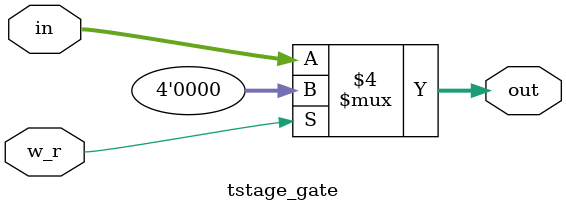
<source format=v>
module tstage_gate(in, out, w_r);
	input w_r;
	input [3:0] in;
	output [3:0] out;
	reg [3:0] out;
	always@(out)
		if(!w_r)
			out = in;
		else
			out = 4'b0000;
endmodule
</source>
